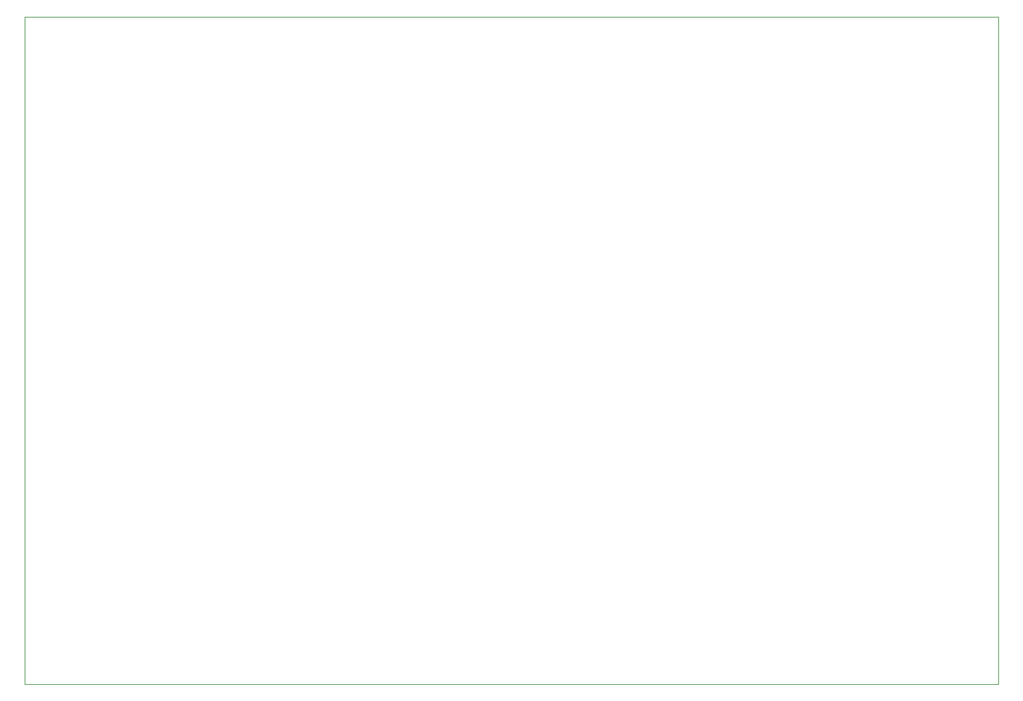
<source format=gko>
G04*
G04 #@! TF.GenerationSoftware,Altium Limited,Altium Designer,25.2.1 (25)*
G04*
G04 Layer_Color=16711935*
%FSLAX44Y44*%
%MOMM*%
G71*
G04*
G04 #@! TF.SameCoordinates,A71CF6F4-CF6F-4F02-8CC4-27F24B5748F8*
G04*
G04*
G04 #@! TF.FilePolarity,Positive*
G04*
G01*
G75*
%ADD123C,0.1000*%
D123*
X-46Y870044D02*
X-46Y44D01*
X11Y869946D02*
X1270011D01*
X1270037Y-35D02*
Y869965D01*
X0Y0D02*
X1270000D01*
M02*

</source>
